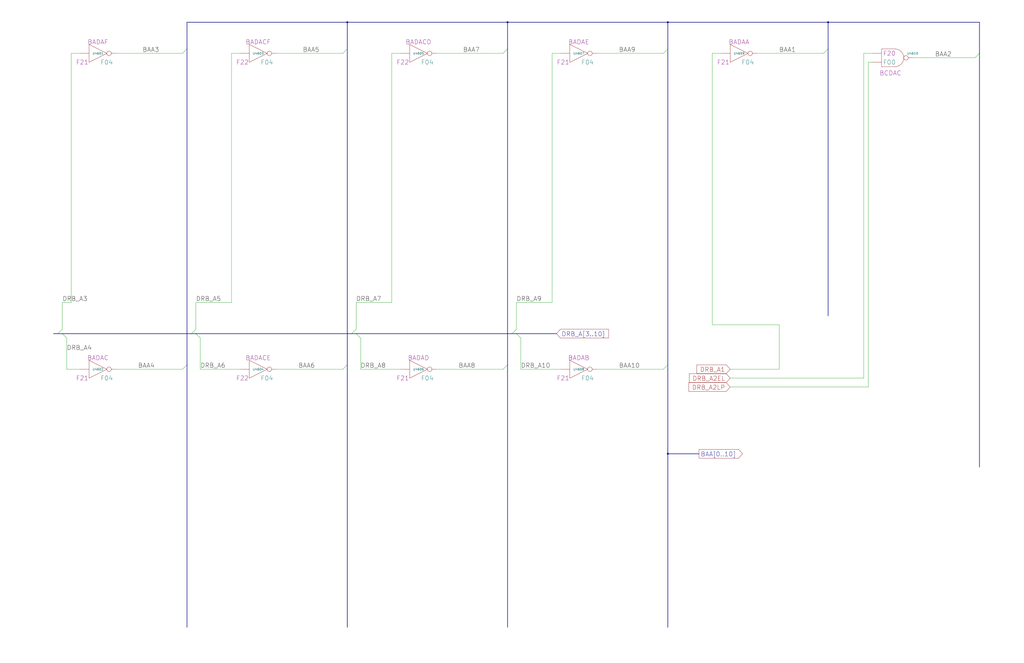
<source format=kicad_sch>
(kicad_sch (version 20211123) (generator eeschema)
  (paper "User" 584.2 378.46)
  (title_block (title "PLANE B\\nDRAM ADDRESS BUFFERS") (date "08-MAR-90") (rev "0.0") (comment 1 "MEM32 BOARD") (comment 2 "232-003066") (comment 3 "S400") (comment 4 "RELEASED"))
  (lib_symbols
    (symbol "r1000:F00" (pin_numbers hide) (pin_names hide)
      (property "Reference" "U" (at 15.24 0 0))
      (property "Value" "F00" (at 1.905 -5.08 0))
      (property "Location" "___" (at 1.905 0 0))
      (property "Name" "______" (at 2.54 -12.7 0))
      (symbol "F00_0_1"
        (polyline (pts (xy -2.54 -7.62) (xy 5.08 -7.62)) (stroke (width 0.1524)))
        (polyline (pts (xy -2.54 2.54) (xy -2.54 -7.62)) (stroke (width 0.1524)))
        (polyline (pts (xy -2.54 2.54) (xy 5.08 2.54)) (stroke (width 0.1524)))
        (arc (start 5.08 -7.62) (mid 10.1282 -2.54) (end 5.08 2.54) (stroke (width 0.1524)))
        (circle (center 11.43 -2.54) (radius 1.27) (stroke (width 0.1524)))
      )
      (symbol "F00_0_2"
        (circle (center -3.81 -5.08) (radius 1.27) (stroke (width 0.1524)))
        (circle (center -3.81 0) (radius 1.27) (stroke (width 0.1524)))
        (arc (start -3.175 -7.62) (mid -2.134 -2.54) (end -3.175 2.54) (stroke (width 0.1524)))
        (polyline (pts (xy -3.175 -7.62) (xy 3.81 -7.62)) (stroke (width 0.1524)))
        (polyline (pts (xy -3.175 2.54) (xy 3.81 2.54)) (stroke (width 0.1524)))
        (arc (start 3.81 -7.62) (mid 7.5855 -5.8306) (end 10.16 -2.54) (stroke (width 0.1524)))
        (arc (start 10.16 -2.54) (mid 7.5827 0.7471) (end 3.81 2.54) (stroke (width 0.1524)))
      )
      (symbol "F00_1_1"
        (pin input line (at -7.62 0 0) (length 5.08) (name "D0") (number "1"))
        (pin input line (at -7.62 -5.08 0) (length 5.08) (name "D1") (number "2"))
        (pin output line (at 15.24 -2.54 180) (length 2.54) (name "Q") (number "3"))
      )
      (symbol "F00_1_2"
        (pin input line (at -7.62 0 0) (length 2.54) (name "D0") (number "1"))
        (pin input line (at -7.62 -5.08 0) (length 2.54) (name "D1") (number "2"))
        (pin output line (at 15.24 -2.54 180) (length 5.08) (name "Q") (number "3"))
      )
    )
    (symbol "r1000:F04" (pin_numbers hide) (pin_names hide)
      (property "Reference" "U" (at 0 0 0))
      (property "Value" "F04" (at 1.27 -5.08 0))
      (property "Location" "___" (at -12.7 -5.08 0))
      (property "Name" "______" (at 0 5.08 0))
      (symbol "F04_0_1"
        (polyline (pts (xy -7.62 0) (xy -5.08 0)) (stroke (width 0.1524)))
        (polyline (pts (xy -5.08 5.08) (xy -5.08 -5.08)) (stroke (width 0.1524)))
        (polyline (pts (xy 5.08 0) (xy -5.08 -5.08)) (stroke (width 0.1524)))
        (polyline (pts (xy 5.08 0) (xy -5.08 5.08)) (stroke (width 0.1524)))
        (circle (center 6.35 0) (radius 1.27) (stroke (width 0.1524)))
      )
      (symbol "F04_1_1"
        (pin input line (at -10.16 0 0) (length 2.54) (name "D") (number "1"))
        (pin output line (at 10.16 0 180) (length 2.54) (name "Q") (number "2"))
      )
    )
  )
  (bus (pts (xy 106.68 12.7) (xy 106.68 27.94)))
  (bus (pts (xy 106.68 12.7) (xy 198.12 12.7)))
  (bus (pts (xy 106.68 208.28) (xy 106.68 358.14)))
  (bus (pts (xy 106.68 27.94) (xy 106.68 208.28)))
  (bus (pts (xy 109.22 190.5) (xy 111.76 190.5)))
  (bus (pts (xy 111.76 190.5) (xy 200.66 190.5)))
  (bus (pts (xy 198.12 12.7) (xy 198.12 27.94)))
  (bus (pts (xy 198.12 12.7) (xy 289.56 12.7)))
  (bus (pts (xy 198.12 208.28) (xy 198.12 358.14)))
  (bus (pts (xy 198.12 27.94) (xy 198.12 208.28)))
  (bus (pts (xy 200.66 190.5) (xy 203.2 190.5)))
  (bus (pts (xy 203.2 190.5) (xy 292.1 190.5)))
  (bus (pts (xy 289.56 12.7) (xy 289.56 27.94)))
  (bus (pts (xy 289.56 12.7) (xy 381 12.7)))
  (bus (pts (xy 289.56 208.28) (xy 289.56 358.14)))
  (bus (pts (xy 289.56 27.94) (xy 289.56 208.28)))
  (bus (pts (xy 292.1 190.5) (xy 294.64 190.5)))
  (bus (pts (xy 294.64 190.5) (xy 317.5 190.5)))
  (bus (pts (xy 30.48 190.5) (xy 33.02 190.5)))
  (bus (pts (xy 33.02 190.5) (xy 35.56 190.5)))
  (bus (pts (xy 35.56 190.5) (xy 109.22 190.5)))
  (bus (pts (xy 381 12.7) (xy 381 27.94)))
  (bus (pts (xy 381 12.7) (xy 472.44 12.7)))
  (bus (pts (xy 381 208.28) (xy 381 259.08)))
  (bus (pts (xy 381 259.08) (xy 381 358.14)))
  (bus (pts (xy 381 259.08) (xy 398.78 259.08)))
  (bus (pts (xy 381 27.94) (xy 381 208.28)))
  (bus (pts (xy 472.44 12.7) (xy 472.44 27.94)))
  (bus (pts (xy 472.44 12.7) (xy 558.8 12.7)))
  (bus (pts (xy 472.44 27.94) (xy 472.44 180.34)))
  (bus (pts (xy 558.8 12.7) (xy 558.8 30.48)))
  (bus (pts (xy 558.8 30.48) (xy 558.8 266.7)))
  (wire (pts (xy 111.76 172.72) (xy 111.76 187.96)))
  (wire (pts (xy 111.76 172.72) (xy 132.08 172.72)))
  (wire (pts (xy 114.3 210.82) (xy 114.3 193.04)))
  (wire (pts (xy 114.3 210.82) (xy 137.16 210.82)))
  (wire (pts (xy 132.08 30.48) (xy 132.08 172.72)))
  (wire (pts (xy 132.08 30.48) (xy 137.16 30.48)))
  (wire (pts (xy 157.48 210.82) (xy 195.58 210.82)))
  (wire (pts (xy 157.48 30.48) (xy 195.58 30.48)))
  (wire (pts (xy 203.2 172.72) (xy 203.2 187.96)))
  (wire (pts (xy 205.74 210.82) (xy 205.74 193.04)))
  (wire (pts (xy 205.74 210.82) (xy 228.6 210.82)))
  (wire (pts (xy 223.52 172.72) (xy 203.2 172.72)))
  (wire (pts (xy 223.52 30.48) (xy 223.52 172.72)))
  (wire (pts (xy 223.52 30.48) (xy 228.6 30.48)))
  (wire (pts (xy 248.92 210.82) (xy 287.02 210.82)))
  (wire (pts (xy 248.92 30.48) (xy 287.02 30.48)))
  (wire (pts (xy 294.64 172.72) (xy 294.64 187.96)))
  (wire (pts (xy 297.18 210.82) (xy 297.18 193.04)))
  (wire (pts (xy 297.18 210.82) (xy 320.04 210.82)))
  (wire (pts (xy 314.96 172.72) (xy 294.64 172.72)))
  (wire (pts (xy 314.96 30.48) (xy 314.96 172.72)))
  (wire (pts (xy 314.96 30.48) (xy 320.04 30.48)))
  (wire (pts (xy 340.36 210.82) (xy 378.46 210.82)))
  (wire (pts (xy 340.36 30.48) (xy 378.46 30.48)))
  (wire (pts (xy 35.56 172.72) (xy 35.56 187.96)))
  (wire (pts (xy 38.1 210.82) (xy 38.1 193.04)))
  (wire (pts (xy 38.1 210.82) (xy 45.72 210.82)))
  (wire (pts (xy 40.64 172.72) (xy 35.56 172.72)))
  (wire (pts (xy 40.64 172.72) (xy 40.64 30.48)))
  (wire (pts (xy 40.64 30.48) (xy 45.72 30.48)))
  (wire (pts (xy 406.4 185.42) (xy 444.5 185.42)))
  (wire (pts (xy 406.4 30.48) (xy 406.4 185.42)))
  (wire (pts (xy 406.4 30.48) (xy 411.48 30.48)))
  (wire (pts (xy 416.56 210.82) (xy 444.5 210.82)))
  (wire (pts (xy 416.56 215.9) (xy 492.76 215.9)))
  (wire (pts (xy 416.56 220.98) (xy 495.3 220.98)))
  (wire (pts (xy 431.8 30.48) (xy 469.9 30.48)))
  (wire (pts (xy 444.5 185.42) (xy 444.5 210.82)))
  (wire (pts (xy 492.76 30.48) (xy 492.76 215.9)))
  (wire (pts (xy 495.3 35.56) (xy 495.3 220.98)))
  (wire (pts (xy 497.84 30.48) (xy 492.76 30.48)))
  (wire (pts (xy 497.84 35.56) (xy 495.3 35.56)))
  (wire (pts (xy 520.7 33.02) (xy 556.26 33.02)))
  (wire (pts (xy 66.04 210.82) (xy 104.14 210.82)))
  (wire (pts (xy 66.04 30.48) (xy 104.14 30.48)))
  (label "DRB_A3" (at 35.56 172.72 0) (effects (font (size 2.54 2.54))))
  (bus_entry (at 35.56 187.96) (size -2.54 2.54))
  (bus_entry (at 35.56 190.5) (size 2.54 2.54))
  (label "DRB_A4" (at 38.1 200.66 0) (effects (font (size 2.54 2.54))))
  (symbol (lib_id "r1000:F04") (at 55.88 30.48 0) (unit 1)
    (property "Reference" "U4601" (at 55.88 30.48 0))
    (property "Value" "F04" (at 57.15 35.56 0) (effects (font (size 2.54 2.54)) (justify left)))
    (property "Location" "F21" (at 43.18 35.56 0) (effects (font (size 2.54 2.54)) (justify left)))
    (property "Name" "BADAF" (at 55.88 25.4 0) (effects (font (size 2.54 2.54)) (justify bottom)))
  )
  (symbol (lib_id "r1000:F04") (at 55.88 210.82 0) (unit 1)
    (property "Reference" "U4602" (at 55.88 210.82 0))
    (property "Value" "F04" (at 57.15 215.9 0) (effects (font (size 2.54 2.54)) (justify left)))
    (property "Location" "F21" (at 43.18 215.9 0) (effects (font (size 2.54 2.54)) (justify left)))
    (property "Name" "BADAC" (at 55.88 205.74 0) (effects (font (size 2.54 2.54)) (justify bottom)))
  )
  (label "BAA4" (at 78.74 210.82 0) (effects (font (size 2.54 2.54))))
  (label "BAA3" (at 81.28 30.48 0) (effects (font (size 2.54 2.54))))
  (bus_entry (at 106.68 27.94) (size -2.54 2.54))
  (bus_entry (at 106.68 208.28) (size -2.54 2.54))
  (label "DRB_A5" (at 111.76 172.72 0) (effects (font (size 2.54 2.54))))
  (bus_entry (at 111.76 187.96) (size -2.54 2.54))
  (bus_entry (at 111.76 190.5) (size 2.54 2.54))
  (label "DRB_A6" (at 114.3 210.82 0) (effects (font (size 2.54 2.54))))
  (symbol (lib_id "r1000:F04") (at 147.32 30.48 0) (unit 1)
    (property "Reference" "U4603" (at 147.32 30.48 0))
    (property "Value" "F04" (at 148.59 35.56 0) (effects (font (size 2.54 2.54)) (justify left)))
    (property "Location" "F22" (at 134.62 35.56 0) (effects (font (size 2.54 2.54)) (justify left)))
    (property "Name" "BADACF" (at 147.32 25.4 0) (effects (font (size 2.54 2.54)) (justify bottom)))
  )
  (symbol (lib_id "r1000:F04") (at 147.32 210.82 0) (unit 1)
    (property "Reference" "U4604" (at 147.32 210.82 0))
    (property "Value" "F04" (at 148.59 215.9 0) (effects (font (size 2.54 2.54)) (justify left)))
    (property "Location" "F22" (at 134.62 215.9 0) (effects (font (size 2.54 2.54)) (justify left)))
    (property "Name" "BADACE" (at 147.32 205.74 0) (effects (font (size 2.54 2.54)) (justify bottom)))
  )
  (label "BAA6" (at 170.18 210.82 0) (effects (font (size 2.54 2.54))))
  (label "BAA5" (at 172.72 30.48 0) (effects (font (size 2.54 2.54))))
  (junction (at 198.12 12.7))
  (bus_entry (at 198.12 27.94) (size -2.54 2.54))
  (bus_entry (at 198.12 208.28) (size -2.54 2.54))
  (label "DRB_A7" (at 203.2 172.72 0) (effects (font (size 2.54 2.54))))
  (bus_entry (at 203.2 187.96) (size -2.54 2.54))
  (bus_entry (at 203.2 190.5) (size 2.54 2.54))
  (label "DRB_A8" (at 205.74 210.82 0) (effects (font (size 2.54 2.54))))
  (symbol (lib_id "r1000:F04") (at 238.76 30.48 0) (unit 1)
    (property "Reference" "U4605" (at 238.76 30.48 0))
    (property "Value" "F04" (at 240.03 35.56 0) (effects (font (size 2.54 2.54)) (justify left)))
    (property "Location" "F22" (at 226.06 35.56 0) (effects (font (size 2.54 2.54)) (justify left)))
    (property "Name" "BADACD" (at 238.76 25.4 0) (effects (font (size 2.54 2.54)) (justify bottom)))
  )
  (symbol (lib_id "r1000:F04") (at 238.76 210.82 0) (unit 1)
    (property "Reference" "U4606" (at 238.76 210.82 0))
    (property "Value" "F04" (at 240.03 215.9 0) (effects (font (size 2.54 2.54)) (justify left)))
    (property "Location" "F21" (at 226.06 215.9 0) (effects (font (size 2.54 2.54)) (justify left)))
    (property "Name" "BADAD" (at 238.76 205.74 0) (effects (font (size 2.54 2.54)) (justify bottom)))
  )
  (label "BAA8" (at 261.62 210.82 0) (effects (font (size 2.54 2.54))))
  (label "BAA7" (at 264.16 30.48 0) (effects (font (size 2.54 2.54))))
  (junction (at 289.56 12.7))
  (bus_entry (at 289.56 27.94) (size -2.54 2.54))
  (bus_entry (at 289.56 208.28) (size -2.54 2.54))
  (label "DRB_A9" (at 294.64 172.72 0) (effects (font (size 2.54 2.54))))
  (bus_entry (at 294.64 187.96) (size -2.54 2.54))
  (bus_entry (at 294.64 190.5) (size 2.54 2.54))
  (label "DRB_A10" (at 297.18 210.82 0) (effects (font (size 2.54 2.54))))
  (global_label "DRB_A[3..10]" (shape input) (at 317.5 190.5 0) (effects (font (size 2.54 2.54))) (property "Intersheet References" "${INTERSHEET_REFS}" (at 347.1212 190.3413 0) (effects (font (size 2.54 2.54)) (justify left))))
  (symbol (lib_id "r1000:F04") (at 330.2 30.48 0) (unit 1)
    (property "Reference" "U4607" (at 330.2 30.48 0))
    (property "Value" "F04" (at 331.47 35.56 0) (effects (font (size 2.54 2.54)) (justify left)))
    (property "Location" "F21" (at 317.5 35.56 0) (effects (font (size 2.54 2.54)) (justify left)))
    (property "Name" "BADAE" (at 330.2 25.4 0) (effects (font (size 2.54 2.54)) (justify bottom)))
  )
  (symbol (lib_id "r1000:F04") (at 330.2 210.82 0) (unit 1)
    (property "Reference" "U4608" (at 330.2 210.82 0))
    (property "Value" "F04" (at 331.47 215.9 0) (effects (font (size 2.54 2.54)) (justify left)))
    (property "Location" "F21" (at 317.5 215.9 0) (effects (font (size 2.54 2.54)) (justify left)))
    (property "Name" "BADAB" (at 330.2 205.74 0) (effects (font (size 2.54 2.54)) (justify bottom)))
  )
  (label "BAA9" (at 353.06 30.48 0) (effects (font (size 2.54 2.54))))
  (label "BAA10" (at 353.06 210.82 0) (effects (font (size 2.54 2.54))))
  (junction (at 381 12.7))
  (bus_entry (at 381 27.94) (size -2.54 2.54))
  (bus_entry (at 381 208.28) (size -2.54 2.54))
  (junction (at 381 259.08))
  (global_label "BAA[0..10]" (shape output) (at 398.78 259.08 0) (effects (font (size 2.54 2.54))) (property "Intersheet References" "${INTERSHEET_REFS}" (at 423.5631 258.9213 0) (effects (font (size 2.54 2.54)) (justify left))))
  (global_label "DRB_A1" (shape input) (at 416.56 210.82 180) (effects (font (size 2.54 2.54))) (property "Intersheet References" "${INTERSHEET_REFS}" (at 397.5826 210.6613 0) (effects (font (size 2.54 2.54)) (justify right))))
  (global_label "DRB_A2EL" (shape input) (at 416.56 215.9 180) (effects (font (size 2.54 2.54))) (property "Intersheet References" "${INTERSHEET_REFS}" (at 393.2283 215.7413 0) (effects (font (size 2.54 2.54)) (justify right))))
  (global_label "DRB_A2LP" (shape input) (at 416.56 220.98 180) (effects (font (size 2.54 2.54))) (property "Intersheet References" "${INTERSHEET_REFS}" (at 392.9864 220.8213 0) (effects (font (size 2.54 2.54)) (justify right))))
  (symbol (lib_id "r1000:F04") (at 421.64 30.48 0) (unit 1)
    (property "Reference" "U4609" (at 421.64 30.48 0))
    (property "Value" "F04" (at 422.91 35.56 0) (effects (font (size 2.54 2.54)) (justify left)))
    (property "Location" "F21" (at 408.94 35.56 0) (effects (font (size 2.54 2.54)) (justify left)))
    (property "Name" "BADAA" (at 421.64 25.4 0) (effects (font (size 2.54 2.54)) (justify bottom)))
  )
  (label "BAA1" (at 444.5 30.48 0) (effects (font (size 2.54 2.54))))
  (junction (at 472.44 12.7))
  (bus_entry (at 472.44 27.94) (size -2.54 2.54))
  (symbol (lib_id "r1000:F00") (at 505.46 30.48 0) (unit 1)
    (property "Reference" "U4610" (at 520.7 30.48 0))
    (property "Value" "F00" (at 507.365 35.56 0) (effects (font (size 2.54 2.54))))
    (property "Location" "F20" (at 507.365 30.48 0) (effects (font (size 2.54 2.54))))
    (property "Name" "BCDAC" (at 508 43.18 0) (effects (font (size 2.54 2.54)) (justify bottom)))
  )
  (label "BAA2" (at 533.4 33.02 0) (effects (font (size 2.54 2.54))))
  (bus_entry (at 558.8 30.48) (size -2.54 2.54))
)
</source>
